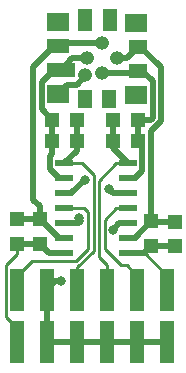
<source format=gbr>
G04 #@! TF.GenerationSoftware,KiCad,Pcbnew,5.0.0-fee4fd1~65~ubuntu16.04.1*
G04 #@! TF.CreationDate,2018-08-02T14:10:23+02:00*
G04 #@! TF.ProjectId,beetrax-pcb2,626565747261782D706362322E6B6963,rev?*
G04 #@! TF.SameCoordinates,Original*
G04 #@! TF.FileFunction,Copper,L1,Top,Signal*
G04 #@! TF.FilePolarity,Positive*
%FSLAX46Y46*%
G04 Gerber Fmt 4.6, Leading zero omitted, Abs format (unit mm)*
G04 Created by KiCad (PCBNEW 5.0.0-fee4fd1~65~ubuntu16.04.1) date Thu Aug  2 14:10:23 2018*
%MOMM*%
%LPD*%
G01*
G04 APERTURE LIST*
G04 #@! TA.AperFunction,SMDPad,CuDef*
%ADD10R,1.500000X0.600000*%
G04 #@! TD*
G04 #@! TA.AperFunction,SMDPad,CuDef*
%ADD11R,1.900000X1.498600*%
G04 #@! TD*
G04 #@! TA.AperFunction,SMDPad,CuDef*
%ADD12R,2.400000X1.244600*%
G04 #@! TD*
G04 #@! TA.AperFunction,SMDPad,CuDef*
%ADD13R,1.500000X1.244600*%
G04 #@! TD*
G04 #@! TA.AperFunction,SMDPad,CuDef*
%ADD14R,1.900000X1.244600*%
G04 #@! TD*
G04 #@! TA.AperFunction,SMDPad,CuDef*
%ADD15R,1.244600X1.900000*%
G04 #@! TD*
G04 #@! TA.AperFunction,SMDPad,CuDef*
%ADD16R,1.244600X1.500000*%
G04 #@! TD*
G04 #@! TA.AperFunction,ComponentPad*
%ADD17O,1.200000X1.200000*%
G04 #@! TD*
G04 #@! TA.AperFunction,SMDPad,CuDef*
%ADD18R,1.200000X1.200000*%
G04 #@! TD*
G04 #@! TA.AperFunction,SMDPad,CuDef*
%ADD19R,1.280000X3.680000*%
G04 #@! TD*
G04 #@! TA.AperFunction,ViaPad*
%ADD20C,0.800000*%
G04 #@! TD*
G04 #@! TA.AperFunction,Conductor*
%ADD21C,0.500000*%
G04 #@! TD*
G04 #@! TA.AperFunction,Conductor*
%ADD22C,0.250000*%
G04 #@! TD*
G04 APERTURE END LIST*
D10*
G04 #@! TO.P,U1,14*
G04 #@! TO.N,Net-(C3-Pad1)*
X147640000Y-127680000D03*
G04 #@! TO.P,U1,13*
G04 #@! TO.N,Net-(C3-Pad2)*
X147640000Y-128950000D03*
G04 #@! TO.P,U1,12*
G04 #@! TO.N,GND*
X147640000Y-130220000D03*
G04 #@! TO.P,U1,11*
G04 #@! TO.N,VSS*
X147640000Y-131490000D03*
G04 #@! TO.P,U1,10*
G04 #@! TO.N,GND*
X147640000Y-132760000D03*
G04 #@! TO.P,U1,9*
G04 #@! TO.N,Net-(C4-Pad2)*
X147640000Y-134030000D03*
G04 #@! TO.P,U1,8*
G04 #@! TO.N,Net-(C4-Pad1)*
X147640000Y-135300000D03*
G04 #@! TO.P,U1,7*
G04 #@! TO.N,Net-(C1-Pad2)*
X142240000Y-135300000D03*
G04 #@! TO.P,U1,6*
G04 #@! TO.N,Net-(C1-Pad1)*
X142240000Y-134030000D03*
G04 #@! TO.P,U1,5*
G04 #@! TO.N,GND*
X142240000Y-132760000D03*
G04 #@! TO.P,U1,4*
G04 #@! TO.N,VCC*
X142240000Y-131490000D03*
G04 #@! TO.P,U1,3*
G04 #@! TO.N,GND*
X142240000Y-130220000D03*
G04 #@! TO.P,U1,2*
G04 #@! TO.N,Net-(C2-Pad1)*
X142240000Y-128950000D03*
G04 #@! TO.P,U1,1*
G04 #@! TO.N,Net-(C2-Pad2)*
X142240000Y-127680000D03*
G04 #@! TD*
D11*
G04 #@! TO.P,D1,2*
G04 #@! TO.N,GND*
X141713200Y-121792800D03*
G04 #@! TO.P,D1,5*
G04 #@! TO.N,N/C*
X148303200Y-121852800D03*
D12*
G04 #@! TO.P,D1,1*
G04 #@! TO.N,Net-(C2-Pad1)*
X141943200Y-119744800D03*
D13*
G04 #@! TO.P,D1,6*
G04 #@! TO.N,Net-(C3-Pad2)*
X148503200Y-119820800D03*
D14*
G04 #@! TO.P,D1,12*
G04 #@! TO.N,Net-(C1-Pad1)*
X141713200Y-117728800D03*
D13*
G04 #@! TO.P,D1,7*
G04 #@! TO.N,Net-(C4-Pad2)*
X148503200Y-117788800D03*
D11*
G04 #@! TO.P,D1,11*
G04 #@! TO.N,N/C*
X141713200Y-115696800D03*
G04 #@! TO.P,D1,8*
X148303200Y-115756800D03*
D15*
G04 #@! TO.P,D1,9*
X146083200Y-115564800D03*
G04 #@! TO.P,D1,10*
X144013200Y-115564800D03*
D16*
G04 #@! TO.P,D1,3*
X143943200Y-122214800D03*
G04 #@! TO.P,D1,4*
X146003200Y-122214800D03*
G04 #@! TD*
D17*
G04 #@! TO.P,U2,5*
G04 #@! TO.N,GND*
X144000000Y-120215000D03*
G04 #@! TO.P,U2,1*
G04 #@! TO.N,Net-(C2-Pad1)*
X144180000Y-118770000D03*
G04 #@! TO.P,U2,4*
G04 #@! TO.N,Net-(C3-Pad2)*
X145450000Y-120040000D03*
G04 #@! TO.P,U2,2*
G04 #@! TO.N,Net-(C1-Pad1)*
X145450000Y-117500000D03*
G04 #@! TO.P,U2,3*
G04 #@! TO.N,Net-(C4-Pad2)*
X146720000Y-118770000D03*
G04 #@! TD*
D18*
G04 #@! TO.P,R1,1*
G04 #@! TO.N,Net-(C1-Pad1)*
X138210000Y-132400000D03*
G04 #@! TO.P,R1,2*
G04 #@! TO.N,Net-(C1-Pad2)*
X138210000Y-134500000D03*
G04 #@! TD*
G04 #@! TO.P,R2,1*
G04 #@! TO.N,Net-(C2-Pad1)*
X141190000Y-125800000D03*
G04 #@! TO.P,R2,2*
G04 #@! TO.N,Net-(C2-Pad2)*
X143290000Y-125800000D03*
G04 #@! TD*
G04 #@! TO.P,R3,1*
G04 #@! TO.N,Net-(C3-Pad1)*
X146350000Y-125800000D03*
G04 #@! TO.P,R3,2*
G04 #@! TO.N,Net-(C3-Pad2)*
X148450000Y-125800000D03*
G04 #@! TD*
G04 #@! TO.P,R4,1*
G04 #@! TO.N,Net-(C4-Pad1)*
X149610000Y-134700000D03*
G04 #@! TO.P,R4,2*
G04 #@! TO.N,Net-(C4-Pad2)*
X149610000Y-132600000D03*
G04 #@! TD*
D19*
G04 #@! TO.P,J1,12*
G04 #@! TO.N,GND*
X150950000Y-142840000D03*
G04 #@! TO.P,J1,11*
X148410000Y-142840000D03*
G04 #@! TO.P,J1,10*
X145870000Y-142840000D03*
G04 #@! TO.P,J1,9*
X143330000Y-142840000D03*
G04 #@! TO.P,J1,8*
X140790000Y-142840000D03*
G04 #@! TO.P,J1,7*
G04 #@! TO.N,Net-(C1-Pad2)*
X138250000Y-142840000D03*
G04 #@! TO.P,J1,6*
G04 #@! TO.N,Net-(C4-Pad1)*
X150950000Y-138400000D03*
G04 #@! TO.P,J1,5*
G04 #@! TO.N,VSS*
X148410000Y-138400000D03*
G04 #@! TO.P,J1,4*
G04 #@! TO.N,Net-(C3-Pad1)*
X145870000Y-138400000D03*
G04 #@! TO.P,J1,3*
G04 #@! TO.N,Net-(C2-Pad2)*
X143330000Y-138400000D03*
G04 #@! TO.P,J1,2*
G04 #@! TO.N,GND*
X140790000Y-138400000D03*
G04 #@! TO.P,J1,1*
G04 #@! TO.N,VCC*
X138250000Y-138400000D03*
G04 #@! TD*
D18*
G04 #@! TO.P,C1,1*
G04 #@! TO.N,Net-(C1-Pad1)*
X140130000Y-132400000D03*
G04 #@! TO.P,C1,2*
G04 #@! TO.N,Net-(C1-Pad2)*
X140130000Y-134500000D03*
G04 #@! TD*
G04 #@! TO.P,C2,1*
G04 #@! TO.N,Net-(C2-Pad1)*
X141200000Y-124000000D03*
G04 #@! TO.P,C2,2*
G04 #@! TO.N,Net-(C2-Pad2)*
X143300000Y-124000000D03*
G04 #@! TD*
G04 #@! TO.P,C3,1*
G04 #@! TO.N,Net-(C3-Pad1)*
X146350000Y-124000000D03*
G04 #@! TO.P,C3,2*
G04 #@! TO.N,Net-(C3-Pad2)*
X148450000Y-124000000D03*
G04 #@! TD*
G04 #@! TO.P,C4,1*
G04 #@! TO.N,Net-(C4-Pad1)*
X151580000Y-134720000D03*
G04 #@! TO.P,C4,2*
G04 #@! TO.N,Net-(C4-Pad2)*
X151580000Y-132620000D03*
G04 #@! TD*
D20*
G04 #@! TO.N,GND*
X144000000Y-129050000D03*
X146050000Y-129880000D03*
X143510000Y-132334000D03*
X141986000Y-137668000D03*
X146371010Y-133282990D03*
G04 #@! TD*
D21*
G04 #@! TO.N,GND*
X143305503Y-121014799D02*
X142491201Y-121014799D01*
X144000000Y-120320302D02*
X143305503Y-121014799D01*
X142491201Y-121014799D02*
X141713200Y-121792800D01*
X144000000Y-120215000D02*
X144000000Y-120320302D01*
X142830000Y-130220000D02*
X144000000Y-129050000D01*
X142240000Y-130220000D02*
X142830000Y-130220000D01*
X146390000Y-130220000D02*
X146050000Y-129880000D01*
X147640000Y-130220000D02*
X146390000Y-130220000D01*
X146894000Y-132760000D02*
X146371010Y-133282990D01*
X147640000Y-132760000D02*
X146894000Y-132760000D01*
X143490000Y-132760000D02*
X143662000Y-132588000D01*
X142240000Y-132760000D02*
X143490000Y-132760000D01*
X146050000Y-129880000D02*
X146050000Y-129880000D01*
X146371010Y-133282990D02*
X146371010Y-133282990D01*
X143662000Y-132588000D02*
X143662000Y-132588000D01*
X140790000Y-138400000D02*
X140790000Y-138356000D01*
X140790000Y-138356000D02*
X141478000Y-137668000D01*
X141478000Y-137668000D02*
X141986000Y-137668000D01*
X140790000Y-138400000D02*
X140790000Y-142840000D01*
X143330000Y-142840000D02*
X150950000Y-142840000D01*
X143330000Y-142840000D02*
X140790000Y-142840000D01*
X146371010Y-133282990D02*
X146371010Y-133282990D01*
D22*
G04 #@! TO.N,VSS*
X148410000Y-137200000D02*
X148410000Y-138400000D01*
X147520000Y-136310000D02*
X148410000Y-137200000D01*
X147014998Y-136310000D02*
X147520000Y-136310000D01*
X145646009Y-132483991D02*
X145646009Y-134941011D01*
X146640000Y-131490000D02*
X145646009Y-132483991D01*
X145646009Y-134941011D02*
X147014998Y-136310000D01*
X147640000Y-131490000D02*
X146640000Y-131490000D01*
G04 #@! TO.N,VCC*
X143936000Y-131490000D02*
X142240000Y-131490000D01*
X144272000Y-131826000D02*
X143936000Y-131490000D01*
X138250000Y-138400000D02*
X138250000Y-137200000D01*
X138250000Y-137200000D02*
X139524999Y-135925001D01*
X139524999Y-135925001D02*
X143250001Y-135925001D01*
X144272000Y-134903002D02*
X144272000Y-131826000D01*
X143250001Y-135925001D02*
X144272000Y-134903002D01*
D21*
G04 #@! TO.N,Net-(C1-Pad2)*
X138210000Y-134500000D02*
X140130000Y-134500000D01*
X140930000Y-135300000D02*
X142240000Y-135300000D01*
X140130000Y-134500000D02*
X140930000Y-135300000D01*
D22*
X138210000Y-135350000D02*
X138210000Y-134500000D01*
X137284999Y-136275001D02*
X138210000Y-135350000D01*
X137284999Y-140674999D02*
X137284999Y-136275001D01*
X138250000Y-141640000D02*
X137284999Y-140674999D01*
X138250000Y-142840000D02*
X138250000Y-141640000D01*
D21*
G04 #@! TO.N,Net-(C1-Pad1)*
X141942000Y-117500000D02*
X141713200Y-117728800D01*
X145450000Y-117500000D02*
X141942000Y-117500000D01*
X140130000Y-131300000D02*
X140130000Y-132400000D01*
X139613189Y-130783189D02*
X140130000Y-131300000D01*
X139613189Y-119501111D02*
X139613189Y-130783189D01*
X141385500Y-117728800D02*
X139613189Y-119501111D01*
X141713200Y-117728800D02*
X141385500Y-117728800D01*
X138210000Y-132400000D02*
X140130000Y-132400000D01*
X141760000Y-134030000D02*
X142240000Y-134030000D01*
X140130000Y-132400000D02*
X141760000Y-134030000D01*
D22*
G04 #@! TO.N,Net-(C2-Pad1)*
X141540000Y-125730000D02*
X141540000Y-125630000D01*
D21*
X140313199Y-123113199D02*
X141200000Y-124000000D01*
X140313199Y-120797101D02*
X140313199Y-123113199D01*
X141365500Y-119744800D02*
X140313199Y-120797101D01*
X141943200Y-119744800D02*
X141365500Y-119744800D01*
X141200000Y-125790000D02*
X141190000Y-125800000D01*
X141200000Y-124000000D02*
X141200000Y-125790000D01*
X142918000Y-118770000D02*
X141943200Y-119744800D01*
X144180000Y-118770000D02*
X142918000Y-118770000D01*
X140990000Y-128150000D02*
X141790000Y-128950000D01*
X140990000Y-127100000D02*
X140990000Y-128150000D01*
X141790000Y-128950000D02*
X142240000Y-128950000D01*
X141190000Y-126900000D02*
X140990000Y-127100000D01*
X141190000Y-125800000D02*
X141190000Y-126900000D01*
G04 #@! TO.N,Net-(C2-Pad2)*
X143300000Y-124000000D02*
X143300000Y-126195000D01*
X143290000Y-126630000D02*
X142240000Y-127680000D01*
X143290000Y-125800000D02*
X143290000Y-126630000D01*
D22*
X143703002Y-127680000D02*
X143240000Y-127680000D01*
X144725001Y-128701999D02*
X143703002Y-127680000D01*
X144725001Y-135086411D02*
X144725001Y-128701999D01*
X143240000Y-127680000D02*
X142240000Y-127680000D01*
X143330000Y-136481412D02*
X144725001Y-135086411D01*
X143330000Y-138400000D02*
X143330000Y-136481412D01*
D21*
G04 #@! TO.N,Net-(C3-Pad1)*
X146350000Y-124000000D02*
X146350000Y-126285000D01*
X146350000Y-126390000D02*
X147640000Y-127680000D01*
X146350000Y-125800000D02*
X146350000Y-126390000D01*
D22*
X145870000Y-136310000D02*
X145870000Y-138400000D01*
X145175010Y-135615010D02*
X145870000Y-136310000D01*
X146640000Y-127680000D02*
X145175010Y-129144990D01*
X145175010Y-129144990D02*
X145175010Y-135615010D01*
X147640000Y-127680000D02*
X146640000Y-127680000D01*
G04 #@! TO.N,Net-(C3-Pad2)*
X147900000Y-119516000D02*
X148900000Y-119516000D01*
D21*
X149703201Y-123846799D02*
X149550000Y-124000000D01*
X149550000Y-124000000D02*
X148450000Y-124000000D01*
X149703201Y-120743499D02*
X149703201Y-123846799D01*
X148780502Y-119820800D02*
X149703201Y-120743499D01*
X148503200Y-119820800D02*
X148780502Y-119820800D01*
X148450000Y-124000000D02*
X148450000Y-125800000D01*
X148284000Y-120040000D02*
X148503200Y-119820800D01*
X145450000Y-120040000D02*
X148284000Y-120040000D01*
X148230002Y-128950000D02*
X147640000Y-128950000D01*
X148840001Y-128340001D02*
X148230002Y-128950000D01*
X148840001Y-126190001D02*
X148840001Y-128340001D01*
X148450000Y-125800000D02*
X148840001Y-126190001D01*
G04 #@! TO.N,Net-(C4-Pad2)*
X147522000Y-118770000D02*
X148503200Y-117788800D01*
X146720000Y-118770000D02*
X147522000Y-118770000D01*
X148630900Y-117788800D02*
X148503200Y-117788800D01*
X150403211Y-124136752D02*
X150403211Y-119561111D01*
X150403211Y-119561111D02*
X148630900Y-117788800D01*
X149610000Y-124929963D02*
X150403211Y-124136752D01*
X149610000Y-132600000D02*
X149610000Y-124929963D01*
X149630000Y-132620000D02*
X149610000Y-132600000D01*
X151580000Y-132620000D02*
X149630000Y-132620000D01*
X148180000Y-134030000D02*
X147640000Y-134030000D01*
X149610000Y-132600000D02*
X148180000Y-134030000D01*
G04 #@! TO.N,Net-(C4-Pad1)*
X149630000Y-134720000D02*
X149610000Y-134700000D01*
X151580000Y-134720000D02*
X149630000Y-134720000D01*
X149010000Y-135300000D02*
X147640000Y-135300000D01*
X149610000Y-134700000D02*
X149010000Y-135300000D01*
D22*
X148640000Y-135300000D02*
X147640000Y-135300000D01*
X149050000Y-135300000D02*
X148640000Y-135300000D01*
X150950000Y-137200000D02*
X149050000Y-135300000D01*
X150950000Y-138400000D02*
X150950000Y-137200000D01*
G04 #@! TD*
M02*

</source>
